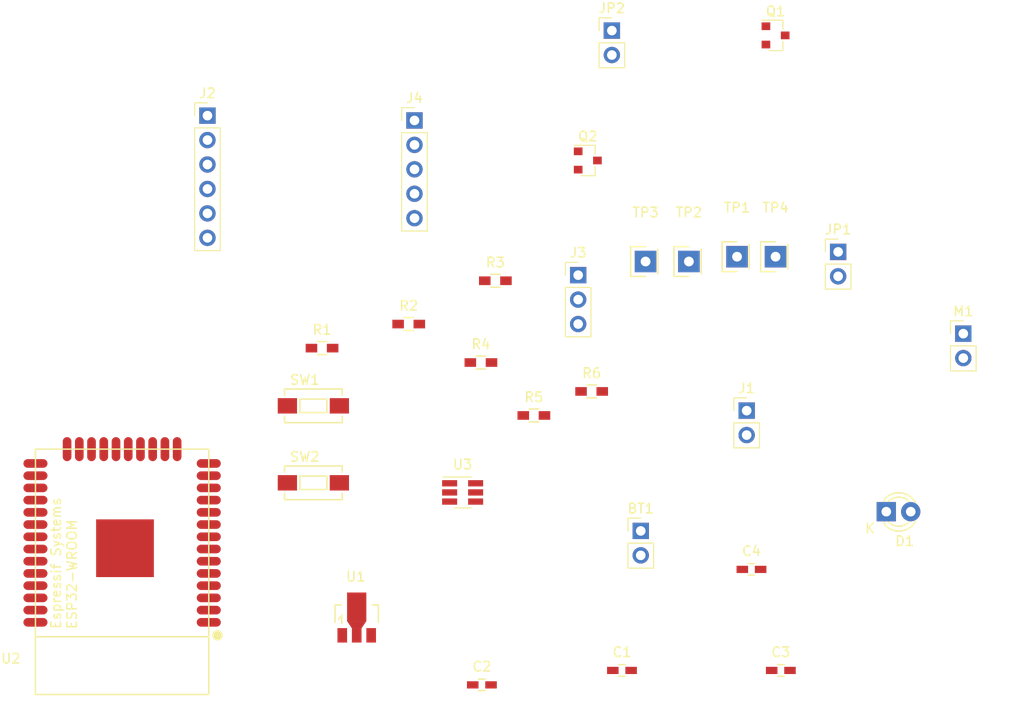
<source format=kicad_pcb>
(kicad_pcb (version 4) (host pcbnew 4.0.7)

  (general
    (links 55)
    (no_connects 33)
    (area 0 0 0 0)
    (thickness 1.6)
    (drawings 0)
    (tracks 0)
    (zones 0)
    (modules 30)
    (nets 16)
  )

  (page A4)
  (layers
    (0 F.Cu signal)
    (31 B.Cu signal)
    (32 B.Adhes user)
    (33 F.Adhes user)
    (34 B.Paste user)
    (35 F.Paste user)
    (36 B.SilkS user)
    (37 F.SilkS user)
    (38 B.Mask user)
    (39 F.Mask user)
    (40 Dwgs.User user)
    (41 Cmts.User user)
    (42 Eco1.User user)
    (43 Eco2.User user)
    (44 Edge.Cuts user)
    (45 Margin user)
    (46 B.CrtYd user)
    (47 F.CrtYd user)
    (48 B.Fab user)
    (49 F.Fab user)
  )

  (setup
    (last_trace_width 0.25)
    (trace_clearance 0.2)
    (zone_clearance 0.508)
    (zone_45_only no)
    (trace_min 0.2)
    (segment_width 0.2)
    (edge_width 0.15)
    (via_size 0.6)
    (via_drill 0.4)
    (via_min_size 0.4)
    (via_min_drill 0.3)
    (uvia_size 0.3)
    (uvia_drill 0.1)
    (uvias_allowed no)
    (uvia_min_size 0.2)
    (uvia_min_drill 0.1)
    (pcb_text_width 0.3)
    (pcb_text_size 1.5 1.5)
    (mod_edge_width 0.15)
    (mod_text_size 1 1)
    (mod_text_width 0.15)
    (pad_size 1.524 1.524)
    (pad_drill 0.762)
    (pad_to_mask_clearance 0.2)
    (aux_axis_origin 0 0)
    (visible_elements FFFFFF7F)
    (pcbplotparams
      (layerselection 0x00030_80000001)
      (usegerberextensions false)
      (excludeedgelayer true)
      (linewidth 0.100000)
      (plotframeref false)
      (viasonmask false)
      (mode 1)
      (useauxorigin false)
      (hpglpennumber 1)
      (hpglpenspeed 20)
      (hpglpendiameter 15)
      (hpglpenoverlay 2)
      (psnegative false)
      (psa4output false)
      (plotreference true)
      (plotvalue true)
      (plotinvisibletext false)
      (padsonsilk false)
      (subtractmaskfromsilk false)
      (outputformat 1)
      (mirror false)
      (drillshape 1)
      (scaleselection 1)
      (outputdirectory ""))
  )

  (net 0 "")
  (net 1 "Net-(BT1-Pad1)")
  (net 2 GND)
  (net 3 +3V3)
  (net 4 "Net-(C2-Pad1)")
  (net 5 /3V3_SENSORS)
  (net 6 "Net-(D1-Pad1)")
  (net 7 /UART_RX)
  (net 8 /UART_TX)
  (net 9 /EN)
  (net 10 /GPIO0)
  (net 11 /I2C_SCL)
  (net 12 /I2C_SDA)
  (net 13 "Net-(JP2-Pad1)")
  (net 14 "Net-(M1-Pad2)")
  (net 15 /SENSORS_ENn)

  (net_class Default "This is the default net class."
    (clearance 0.2)
    (trace_width 0.25)
    (via_dia 0.6)
    (via_drill 0.4)
    (uvia_dia 0.3)
    (uvia_drill 0.1)
    (add_net +3V3)
    (add_net /3V3_SENSORS)
    (add_net /EN)
    (add_net /GPIO0)
    (add_net /I2C_SCL)
    (add_net /I2C_SDA)
    (add_net /SENSORS_ENn)
    (add_net /UART_RX)
    (add_net /UART_TX)
    (add_net GND)
    (add_net "Net-(BT1-Pad1)")
    (add_net "Net-(C2-Pad1)")
    (add_net "Net-(D1-Pad1)")
    (add_net "Net-(JP2-Pad1)")
    (add_net "Net-(M1-Pad2)")
  )

  (module Socket_Strips:Socket_Strip_Straight_1x02_Pitch2.54mm (layer F.Cu) (tedit 58CD5446) (tstamp 5A045D0C)
    (at 168.5 110.5)
    (descr "Through hole straight socket strip, 1x02, 2.54mm pitch, single row")
    (tags "Through hole socket strip THT 1x02 2.54mm single row")
    (path /59FEEA16)
    (fp_text reference BT1 (at 0 -2.33) (layer F.SilkS)
      (effects (font (size 1 1) (thickness 0.15)))
    )
    (fp_text value Battery (at 0 4.87) (layer F.Fab)
      (effects (font (size 1 1) (thickness 0.15)))
    )
    (fp_line (start -1.27 -1.27) (end -1.27 3.81) (layer F.Fab) (width 0.1))
    (fp_line (start -1.27 3.81) (end 1.27 3.81) (layer F.Fab) (width 0.1))
    (fp_line (start 1.27 3.81) (end 1.27 -1.27) (layer F.Fab) (width 0.1))
    (fp_line (start 1.27 -1.27) (end -1.27 -1.27) (layer F.Fab) (width 0.1))
    (fp_line (start -1.33 1.27) (end -1.33 3.87) (layer F.SilkS) (width 0.12))
    (fp_line (start -1.33 3.87) (end 1.33 3.87) (layer F.SilkS) (width 0.12))
    (fp_line (start 1.33 3.87) (end 1.33 1.27) (layer F.SilkS) (width 0.12))
    (fp_line (start 1.33 1.27) (end -1.33 1.27) (layer F.SilkS) (width 0.12))
    (fp_line (start -1.33 0) (end -1.33 -1.33) (layer F.SilkS) (width 0.12))
    (fp_line (start -1.33 -1.33) (end 0 -1.33) (layer F.SilkS) (width 0.12))
    (fp_line (start -1.8 -1.8) (end -1.8 4.35) (layer F.CrtYd) (width 0.05))
    (fp_line (start -1.8 4.35) (end 1.8 4.35) (layer F.CrtYd) (width 0.05))
    (fp_line (start 1.8 4.35) (end 1.8 -1.8) (layer F.CrtYd) (width 0.05))
    (fp_line (start 1.8 -1.8) (end -1.8 -1.8) (layer F.CrtYd) (width 0.05))
    (fp_text user %R (at 0 -2.33) (layer F.Fab)
      (effects (font (size 1 1) (thickness 0.15)))
    )
    (pad 1 thru_hole rect (at 0 0) (size 1.7 1.7) (drill 1) (layers *.Cu *.Mask)
      (net 1 "Net-(BT1-Pad1)"))
    (pad 2 thru_hole oval (at 0 2.54) (size 1.7 1.7) (drill 1) (layers *.Cu *.Mask)
      (net 2 GND))
    (model ${KISYS3DMOD}/Socket_Strips.3dshapes/Socket_Strip_Straight_1x02_Pitch2.54mm.wrl
      (at (xyz 0 -0.05 0))
      (scale (xyz 1 1 1))
      (rotate (xyz 0 0 270))
    )
  )

  (module Capacitors_SMD:C_0603_HandSoldering (layer F.Cu) (tedit 541A9B4D) (tstamp 5A045D12)
    (at 166.55 125)
    (descr "Capacitor SMD 0603, hand soldering")
    (tags "capacitor 0603")
    (path /59FF435E)
    (attr smd)
    (fp_text reference C1 (at 0 -1.9) (layer F.SilkS)
      (effects (font (size 1 1) (thickness 0.15)))
    )
    (fp_text value 100nF (at 0 1.9) (layer F.Fab)
      (effects (font (size 1 1) (thickness 0.15)))
    )
    (fp_line (start -0.8 0.4) (end -0.8 -0.4) (layer F.Fab) (width 0.15))
    (fp_line (start 0.8 0.4) (end -0.8 0.4) (layer F.Fab) (width 0.15))
    (fp_line (start 0.8 -0.4) (end 0.8 0.4) (layer F.Fab) (width 0.15))
    (fp_line (start -0.8 -0.4) (end 0.8 -0.4) (layer F.Fab) (width 0.15))
    (fp_line (start -1.85 -0.75) (end 1.85 -0.75) (layer F.CrtYd) (width 0.05))
    (fp_line (start -1.85 0.75) (end 1.85 0.75) (layer F.CrtYd) (width 0.05))
    (fp_line (start -1.85 -0.75) (end -1.85 0.75) (layer F.CrtYd) (width 0.05))
    (fp_line (start 1.85 -0.75) (end 1.85 0.75) (layer F.CrtYd) (width 0.05))
    (fp_line (start -0.35 -0.6) (end 0.35 -0.6) (layer F.SilkS) (width 0.15))
    (fp_line (start 0.35 0.6) (end -0.35 0.6) (layer F.SilkS) (width 0.15))
    (pad 1 smd rect (at -0.95 0) (size 1.2 0.75) (layers F.Cu F.Paste F.Mask)
      (net 3 +3V3))
    (pad 2 smd rect (at 0.95 0) (size 1.2 0.75) (layers F.Cu F.Paste F.Mask)
      (net 2 GND))
    (model Capacitors_SMD.3dshapes/C_0603_HandSoldering.wrl
      (at (xyz 0 0 0))
      (scale (xyz 1 1 1))
      (rotate (xyz 0 0 0))
    )
  )

  (module Capacitors_SMD:C_0603_HandSoldering (layer F.Cu) (tedit 541A9B4D) (tstamp 5A045D18)
    (at 152 126.5)
    (descr "Capacitor SMD 0603, hand soldering")
    (tags "capacitor 0603")
    (path /59FEEB1A)
    (attr smd)
    (fp_text reference C2 (at 0 -1.9) (layer F.SilkS)
      (effects (font (size 1 1) (thickness 0.15)))
    )
    (fp_text value 1uF (at 0 1.9) (layer F.Fab)
      (effects (font (size 1 1) (thickness 0.15)))
    )
    (fp_line (start -0.8 0.4) (end -0.8 -0.4) (layer F.Fab) (width 0.15))
    (fp_line (start 0.8 0.4) (end -0.8 0.4) (layer F.Fab) (width 0.15))
    (fp_line (start 0.8 -0.4) (end 0.8 0.4) (layer F.Fab) (width 0.15))
    (fp_line (start -0.8 -0.4) (end 0.8 -0.4) (layer F.Fab) (width 0.15))
    (fp_line (start -1.85 -0.75) (end 1.85 -0.75) (layer F.CrtYd) (width 0.05))
    (fp_line (start -1.85 0.75) (end 1.85 0.75) (layer F.CrtYd) (width 0.05))
    (fp_line (start -1.85 -0.75) (end -1.85 0.75) (layer F.CrtYd) (width 0.05))
    (fp_line (start 1.85 -0.75) (end 1.85 0.75) (layer F.CrtYd) (width 0.05))
    (fp_line (start -0.35 -0.6) (end 0.35 -0.6) (layer F.SilkS) (width 0.15))
    (fp_line (start 0.35 0.6) (end -0.35 0.6) (layer F.SilkS) (width 0.15))
    (pad 1 smd rect (at -0.95 0) (size 1.2 0.75) (layers F.Cu F.Paste F.Mask)
      (net 4 "Net-(C2-Pad1)"))
    (pad 2 smd rect (at 0.95 0) (size 1.2 0.75) (layers F.Cu F.Paste F.Mask)
      (net 2 GND))
    (model Capacitors_SMD.3dshapes/C_0603_HandSoldering.wrl
      (at (xyz 0 0 0))
      (scale (xyz 1 1 1))
      (rotate (xyz 0 0 0))
    )
  )

  (module Capacitors_SMD:C_0603_HandSoldering (layer F.Cu) (tedit 541A9B4D) (tstamp 5A045D1E)
    (at 183.05 125)
    (descr "Capacitor SMD 0603, hand soldering")
    (tags "capacitor 0603")
    (path /59FF3CCC)
    (attr smd)
    (fp_text reference C3 (at 0 -1.9) (layer F.SilkS)
      (effects (font (size 1 1) (thickness 0.15)))
    )
    (fp_text value 1uF (at 0 1.9) (layer F.Fab)
      (effects (font (size 1 1) (thickness 0.15)))
    )
    (fp_line (start -0.8 0.4) (end -0.8 -0.4) (layer F.Fab) (width 0.15))
    (fp_line (start 0.8 0.4) (end -0.8 0.4) (layer F.Fab) (width 0.15))
    (fp_line (start 0.8 -0.4) (end 0.8 0.4) (layer F.Fab) (width 0.15))
    (fp_line (start -0.8 -0.4) (end 0.8 -0.4) (layer F.Fab) (width 0.15))
    (fp_line (start -1.85 -0.75) (end 1.85 -0.75) (layer F.CrtYd) (width 0.05))
    (fp_line (start -1.85 0.75) (end 1.85 0.75) (layer F.CrtYd) (width 0.05))
    (fp_line (start -1.85 -0.75) (end -1.85 0.75) (layer F.CrtYd) (width 0.05))
    (fp_line (start 1.85 -0.75) (end 1.85 0.75) (layer F.CrtYd) (width 0.05))
    (fp_line (start -0.35 -0.6) (end 0.35 -0.6) (layer F.SilkS) (width 0.15))
    (fp_line (start 0.35 0.6) (end -0.35 0.6) (layer F.SilkS) (width 0.15))
    (pad 1 smd rect (at -0.95 0) (size 1.2 0.75) (layers F.Cu F.Paste F.Mask)
      (net 3 +3V3))
    (pad 2 smd rect (at 0.95 0) (size 1.2 0.75) (layers F.Cu F.Paste F.Mask)
      (net 2 GND))
    (model Capacitors_SMD.3dshapes/C_0603_HandSoldering.wrl
      (at (xyz 0 0 0))
      (scale (xyz 1 1 1))
      (rotate (xyz 0 0 0))
    )
  )

  (module Capacitors_SMD:C_0603_HandSoldering (layer F.Cu) (tedit 541A9B4D) (tstamp 5A045D24)
    (at 180 114.5)
    (descr "Capacitor SMD 0603, hand soldering")
    (tags "capacitor 0603")
    (path /5A04A99A)
    (attr smd)
    (fp_text reference C4 (at 0 -1.9) (layer F.SilkS)
      (effects (font (size 1 1) (thickness 0.15)))
    )
    (fp_text value 100nF (at 0 1.9) (layer F.Fab)
      (effects (font (size 1 1) (thickness 0.15)))
    )
    (fp_line (start -0.8 0.4) (end -0.8 -0.4) (layer F.Fab) (width 0.15))
    (fp_line (start 0.8 0.4) (end -0.8 0.4) (layer F.Fab) (width 0.15))
    (fp_line (start 0.8 -0.4) (end 0.8 0.4) (layer F.Fab) (width 0.15))
    (fp_line (start -0.8 -0.4) (end 0.8 -0.4) (layer F.Fab) (width 0.15))
    (fp_line (start -1.85 -0.75) (end 1.85 -0.75) (layer F.CrtYd) (width 0.05))
    (fp_line (start -1.85 0.75) (end 1.85 0.75) (layer F.CrtYd) (width 0.05))
    (fp_line (start -1.85 -0.75) (end -1.85 0.75) (layer F.CrtYd) (width 0.05))
    (fp_line (start 1.85 -0.75) (end 1.85 0.75) (layer F.CrtYd) (width 0.05))
    (fp_line (start -0.35 -0.6) (end 0.35 -0.6) (layer F.SilkS) (width 0.15))
    (fp_line (start 0.35 0.6) (end -0.35 0.6) (layer F.SilkS) (width 0.15))
    (pad 1 smd rect (at -0.95 0) (size 1.2 0.75) (layers F.Cu F.Paste F.Mask)
      (net 5 /3V3_SENSORS))
    (pad 2 smd rect (at 0.95 0) (size 1.2 0.75) (layers F.Cu F.Paste F.Mask)
      (net 2 GND))
    (model Capacitors_SMD.3dshapes/C_0603_HandSoldering.wrl
      (at (xyz 0 0 0))
      (scale (xyz 1 1 1))
      (rotate (xyz 0 0 0))
    )
  )

  (module LEDs:LED-3MM (layer F.Cu) (tedit 559B82F6) (tstamp 5A045D2A)
    (at 194 108.5)
    (descr "LED 3mm round vertical")
    (tags "LED  3mm round vertical")
    (path /59FEEA64)
    (fp_text reference D1 (at 1.91 3.06) (layer F.SilkS)
      (effects (font (size 1 1) (thickness 0.15)))
    )
    (fp_text value LED (at 1.3 -2.9) (layer F.Fab)
      (effects (font (size 1 1) (thickness 0.15)))
    )
    (fp_line (start -1.2 2.3) (end 3.8 2.3) (layer F.CrtYd) (width 0.05))
    (fp_line (start 3.8 2.3) (end 3.8 -2.2) (layer F.CrtYd) (width 0.05))
    (fp_line (start 3.8 -2.2) (end -1.2 -2.2) (layer F.CrtYd) (width 0.05))
    (fp_line (start -1.2 -2.2) (end -1.2 2.3) (layer F.CrtYd) (width 0.05))
    (fp_line (start -0.199 1.314) (end -0.199 1.114) (layer F.SilkS) (width 0.15))
    (fp_line (start -0.199 -1.28) (end -0.199 -1.1) (layer F.SilkS) (width 0.15))
    (fp_arc (start 1.301 0.034) (end -0.199 -1.286) (angle 108.5) (layer F.SilkS) (width 0.15))
    (fp_arc (start 1.301 0.034) (end 0.25 -1.1) (angle 85.7) (layer F.SilkS) (width 0.15))
    (fp_arc (start 1.311 0.034) (end 3.051 0.994) (angle 110) (layer F.SilkS) (width 0.15))
    (fp_arc (start 1.301 0.034) (end 2.335 1.094) (angle 87.5) (layer F.SilkS) (width 0.15))
    (fp_text user K (at -1.69 1.74) (layer F.SilkS)
      (effects (font (size 1 1) (thickness 0.15)))
    )
    (pad 1 thru_hole rect (at 0 0 90) (size 2 2) (drill 1.00076) (layers *.Cu *.Mask)
      (net 6 "Net-(D1-Pad1)"))
    (pad 2 thru_hole circle (at 2.54 0) (size 2 2) (drill 1.00076) (layers *.Cu *.Mask))
    (model LEDs.3dshapes/LED-3MM.wrl
      (at (xyz 0.05 0 0))
      (scale (xyz 1 1 1))
      (rotate (xyz 0 0 90))
    )
  )

  (module Socket_Strips:Socket_Strip_Straight_1x02_Pitch2.54mm (layer F.Cu) (tedit 58CD5446) (tstamp 5A045D30)
    (at 179.5 98)
    (descr "Through hole straight socket strip, 1x02, 2.54mm pitch, single row")
    (tags "Through hole socket strip THT 1x02 2.54mm single row")
    (path /5A0486B1)
    (fp_text reference J1 (at 0 -2.33) (layer F.SilkS)
      (effects (font (size 1 1) (thickness 0.15)))
    )
    (fp_text value V_BAT_1S (at 0 4.87) (layer F.Fab)
      (effects (font (size 1 1) (thickness 0.15)))
    )
    (fp_line (start -1.27 -1.27) (end -1.27 3.81) (layer F.Fab) (width 0.1))
    (fp_line (start -1.27 3.81) (end 1.27 3.81) (layer F.Fab) (width 0.1))
    (fp_line (start 1.27 3.81) (end 1.27 -1.27) (layer F.Fab) (width 0.1))
    (fp_line (start 1.27 -1.27) (end -1.27 -1.27) (layer F.Fab) (width 0.1))
    (fp_line (start -1.33 1.27) (end -1.33 3.87) (layer F.SilkS) (width 0.12))
    (fp_line (start -1.33 3.87) (end 1.33 3.87) (layer F.SilkS) (width 0.12))
    (fp_line (start 1.33 3.87) (end 1.33 1.27) (layer F.SilkS) (width 0.12))
    (fp_line (start 1.33 1.27) (end -1.33 1.27) (layer F.SilkS) (width 0.12))
    (fp_line (start -1.33 0) (end -1.33 -1.33) (layer F.SilkS) (width 0.12))
    (fp_line (start -1.33 -1.33) (end 0 -1.33) (layer F.SilkS) (width 0.12))
    (fp_line (start -1.8 -1.8) (end -1.8 4.35) (layer F.CrtYd) (width 0.05))
    (fp_line (start -1.8 4.35) (end 1.8 4.35) (layer F.CrtYd) (width 0.05))
    (fp_line (start 1.8 4.35) (end 1.8 -1.8) (layer F.CrtYd) (width 0.05))
    (fp_line (start 1.8 -1.8) (end -1.8 -1.8) (layer F.CrtYd) (width 0.05))
    (fp_text user %R (at 0 -2.33) (layer F.Fab)
      (effects (font (size 1 1) (thickness 0.15)))
    )
    (pad 1 thru_hole rect (at 0 0) (size 1.7 1.7) (drill 1) (layers *.Cu *.Mask))
    (pad 2 thru_hole oval (at 0 2.54) (size 1.7 1.7) (drill 1) (layers *.Cu *.Mask)
      (net 2 GND))
    (model ${KISYS3DMOD}/Socket_Strips.3dshapes/Socket_Strip_Straight_1x02_Pitch2.54mm.wrl
      (at (xyz 0 -0.05 0))
      (scale (xyz 1 1 1))
      (rotate (xyz 0 0 270))
    )
  )

  (module Socket_Strips:Socket_Strip_Straight_1x06_Pitch2.54mm (layer F.Cu) (tedit 58CD5446) (tstamp 5A045D3A)
    (at 123.5 67.34)
    (descr "Through hole straight socket strip, 1x06, 2.54mm pitch, single row")
    (tags "Through hole socket strip THT 1x06 2.54mm single row")
    (path /5A0498AC)
    (fp_text reference J2 (at 0 -2.33) (layer F.SilkS)
      (effects (font (size 1 1) (thickness 0.15)))
    )
    (fp_text value PROG/DEBUG (at 0 15.03) (layer F.Fab)
      (effects (font (size 1 1) (thickness 0.15)))
    )
    (fp_line (start -1.27 -1.27) (end -1.27 13.97) (layer F.Fab) (width 0.1))
    (fp_line (start -1.27 13.97) (end 1.27 13.97) (layer F.Fab) (width 0.1))
    (fp_line (start 1.27 13.97) (end 1.27 -1.27) (layer F.Fab) (width 0.1))
    (fp_line (start 1.27 -1.27) (end -1.27 -1.27) (layer F.Fab) (width 0.1))
    (fp_line (start -1.33 1.27) (end -1.33 14.03) (layer F.SilkS) (width 0.12))
    (fp_line (start -1.33 14.03) (end 1.33 14.03) (layer F.SilkS) (width 0.12))
    (fp_line (start 1.33 14.03) (end 1.33 1.27) (layer F.SilkS) (width 0.12))
    (fp_line (start 1.33 1.27) (end -1.33 1.27) (layer F.SilkS) (width 0.12))
    (fp_line (start -1.33 0) (end -1.33 -1.33) (layer F.SilkS) (width 0.12))
    (fp_line (start -1.33 -1.33) (end 0 -1.33) (layer F.SilkS) (width 0.12))
    (fp_line (start -1.8 -1.8) (end -1.8 14.5) (layer F.CrtYd) (width 0.05))
    (fp_line (start -1.8 14.5) (end 1.8 14.5) (layer F.CrtYd) (width 0.05))
    (fp_line (start 1.8 14.5) (end 1.8 -1.8) (layer F.CrtYd) (width 0.05))
    (fp_line (start 1.8 -1.8) (end -1.8 -1.8) (layer F.CrtYd) (width 0.05))
    (fp_text user %R (at 0 -2.33) (layer F.Fab)
      (effects (font (size 1 1) (thickness 0.15)))
    )
    (pad 1 thru_hole rect (at 0 0) (size 1.7 1.7) (drill 1) (layers *.Cu *.Mask)
      (net 3 +3V3))
    (pad 2 thru_hole oval (at 0 2.54) (size 1.7 1.7) (drill 1) (layers *.Cu *.Mask)
      (net 7 /UART_RX))
    (pad 3 thru_hole oval (at 0 5.08) (size 1.7 1.7) (drill 1) (layers *.Cu *.Mask)
      (net 8 /UART_TX))
    (pad 4 thru_hole oval (at 0 7.62) (size 1.7 1.7) (drill 1) (layers *.Cu *.Mask)
      (net 9 /EN))
    (pad 5 thru_hole oval (at 0 10.16) (size 1.7 1.7) (drill 1) (layers *.Cu *.Mask)
      (net 10 /GPIO0))
    (pad 6 thru_hole oval (at 0 12.7) (size 1.7 1.7) (drill 1) (layers *.Cu *.Mask)
      (net 2 GND))
    (model ${KISYS3DMOD}/Socket_Strips.3dshapes/Socket_Strip_Straight_1x06_Pitch2.54mm.wrl
      (at (xyz 0 -0.25 0))
      (scale (xyz 1 1 1))
      (rotate (xyz 0 0 270))
    )
  )

  (module Socket_Strips:Socket_Strip_Straight_1x03_Pitch2.54mm (layer F.Cu) (tedit 58CD5446) (tstamp 5A045D41)
    (at 162 83.92)
    (descr "Through hole straight socket strip, 1x03, 2.54mm pitch, single row")
    (tags "Through hole socket strip THT 1x03 2.54mm single row")
    (path /5A044983)
    (fp_text reference J3 (at 0 -2.33) (layer F.SilkS)
      (effects (font (size 1 1) (thickness 0.15)))
    )
    (fp_text value ANALOG_CONN (at 0 7.41) (layer F.Fab)
      (effects (font (size 1 1) (thickness 0.15)))
    )
    (fp_line (start -1.27 -1.27) (end -1.27 6.35) (layer F.Fab) (width 0.1))
    (fp_line (start -1.27 6.35) (end 1.27 6.35) (layer F.Fab) (width 0.1))
    (fp_line (start 1.27 6.35) (end 1.27 -1.27) (layer F.Fab) (width 0.1))
    (fp_line (start 1.27 -1.27) (end -1.27 -1.27) (layer F.Fab) (width 0.1))
    (fp_line (start -1.33 1.27) (end -1.33 6.41) (layer F.SilkS) (width 0.12))
    (fp_line (start -1.33 6.41) (end 1.33 6.41) (layer F.SilkS) (width 0.12))
    (fp_line (start 1.33 6.41) (end 1.33 1.27) (layer F.SilkS) (width 0.12))
    (fp_line (start 1.33 1.27) (end -1.33 1.27) (layer F.SilkS) (width 0.12))
    (fp_line (start -1.33 0) (end -1.33 -1.33) (layer F.SilkS) (width 0.12))
    (fp_line (start -1.33 -1.33) (end 0 -1.33) (layer F.SilkS) (width 0.12))
    (fp_line (start -1.8 -1.8) (end -1.8 6.85) (layer F.CrtYd) (width 0.05))
    (fp_line (start -1.8 6.85) (end 1.8 6.85) (layer F.CrtYd) (width 0.05))
    (fp_line (start 1.8 6.85) (end 1.8 -1.8) (layer F.CrtYd) (width 0.05))
    (fp_line (start 1.8 -1.8) (end -1.8 -1.8) (layer F.CrtYd) (width 0.05))
    (fp_text user %R (at 0 -2.33) (layer F.Fab)
      (effects (font (size 1 1) (thickness 0.15)))
    )
    (pad 1 thru_hole rect (at 0 0) (size 1.7 1.7) (drill 1) (layers *.Cu *.Mask)
      (net 5 /3V3_SENSORS))
    (pad 2 thru_hole oval (at 0 2.54) (size 1.7 1.7) (drill 1) (layers *.Cu *.Mask))
    (pad 3 thru_hole oval (at 0 5.08) (size 1.7 1.7) (drill 1) (layers *.Cu *.Mask)
      (net 2 GND))
    (model ${KISYS3DMOD}/Socket_Strips.3dshapes/Socket_Strip_Straight_1x03_Pitch2.54mm.wrl
      (at (xyz 0 -0.1 0))
      (scale (xyz 1 1 1))
      (rotate (xyz 0 0 270))
    )
  )

  (module Socket_Strips:Socket_Strip_Straight_1x05_Pitch2.54mm (layer F.Cu) (tedit 58CD5446) (tstamp 5A045D4A)
    (at 145 67.84)
    (descr "Through hole straight socket strip, 1x05, 2.54mm pitch, single row")
    (tags "Through hole socket strip THT 1x05 2.54mm single row")
    (path /59FFCFC3)
    (fp_text reference J4 (at 0 -2.33) (layer F.SilkS)
      (effects (font (size 1 1) (thickness 0.15)))
    )
    (fp_text value TOF_DIST_SENS (at 0 12.49) (layer F.Fab)
      (effects (font (size 1 1) (thickness 0.15)))
    )
    (fp_line (start -1.27 -1.27) (end -1.27 11.43) (layer F.Fab) (width 0.1))
    (fp_line (start -1.27 11.43) (end 1.27 11.43) (layer F.Fab) (width 0.1))
    (fp_line (start 1.27 11.43) (end 1.27 -1.27) (layer F.Fab) (width 0.1))
    (fp_line (start 1.27 -1.27) (end -1.27 -1.27) (layer F.Fab) (width 0.1))
    (fp_line (start -1.33 1.27) (end -1.33 11.49) (layer F.SilkS) (width 0.12))
    (fp_line (start -1.33 11.49) (end 1.33 11.49) (layer F.SilkS) (width 0.12))
    (fp_line (start 1.33 11.49) (end 1.33 1.27) (layer F.SilkS) (width 0.12))
    (fp_line (start 1.33 1.27) (end -1.33 1.27) (layer F.SilkS) (width 0.12))
    (fp_line (start -1.33 0) (end -1.33 -1.33) (layer F.SilkS) (width 0.12))
    (fp_line (start -1.33 -1.33) (end 0 -1.33) (layer F.SilkS) (width 0.12))
    (fp_line (start -1.8 -1.8) (end -1.8 11.95) (layer F.CrtYd) (width 0.05))
    (fp_line (start -1.8 11.95) (end 1.8 11.95) (layer F.CrtYd) (width 0.05))
    (fp_line (start 1.8 11.95) (end 1.8 -1.8) (layer F.CrtYd) (width 0.05))
    (fp_line (start 1.8 -1.8) (end -1.8 -1.8) (layer F.CrtYd) (width 0.05))
    (fp_text user %R (at 0 -2.33) (layer F.Fab)
      (effects (font (size 1 1) (thickness 0.15)))
    )
    (pad 1 thru_hole rect (at 0 0) (size 1.7 1.7) (drill 1) (layers *.Cu *.Mask)
      (net 5 /3V3_SENSORS))
    (pad 2 thru_hole oval (at 0 2.54) (size 1.7 1.7) (drill 1) (layers *.Cu *.Mask)
      (net 11 /I2C_SCL))
    (pad 3 thru_hole oval (at 0 5.08) (size 1.7 1.7) (drill 1) (layers *.Cu *.Mask)
      (net 12 /I2C_SDA))
    (pad 4 thru_hole oval (at 0 7.62) (size 1.7 1.7) (drill 1) (layers *.Cu *.Mask))
    (pad 5 thru_hole oval (at 0 10.16) (size 1.7 1.7) (drill 1) (layers *.Cu *.Mask)
      (net 2 GND))
    (model ${KISYS3DMOD}/Socket_Strips.3dshapes/Socket_Strip_Straight_1x05_Pitch2.54mm.wrl
      (at (xyz 0 -0.2 0))
      (scale (xyz 1 1 1))
      (rotate (xyz 0 0 270))
    )
  )

  (module Socket_Strips:Socket_Strip_Straight_1x02_Pitch2.54mm (layer F.Cu) (tedit 58CD5446) (tstamp 5A045D50)
    (at 189 81.5)
    (descr "Through hole straight socket strip, 1x02, 2.54mm pitch, single row")
    (tags "Through hole socket strip THT 1x02 2.54mm single row")
    (path /59FF5D46)
    (fp_text reference JP1 (at 0 -2.33) (layer F.SilkS)
      (effects (font (size 1 1) (thickness 0.15)))
    )
    (fp_text value I_SENSE (at 0 4.87) (layer F.Fab)
      (effects (font (size 1 1) (thickness 0.15)))
    )
    (fp_line (start -1.27 -1.27) (end -1.27 3.81) (layer F.Fab) (width 0.1))
    (fp_line (start -1.27 3.81) (end 1.27 3.81) (layer F.Fab) (width 0.1))
    (fp_line (start 1.27 3.81) (end 1.27 -1.27) (layer F.Fab) (width 0.1))
    (fp_line (start 1.27 -1.27) (end -1.27 -1.27) (layer F.Fab) (width 0.1))
    (fp_line (start -1.33 1.27) (end -1.33 3.87) (layer F.SilkS) (width 0.12))
    (fp_line (start -1.33 3.87) (end 1.33 3.87) (layer F.SilkS) (width 0.12))
    (fp_line (start 1.33 3.87) (end 1.33 1.27) (layer F.SilkS) (width 0.12))
    (fp_line (start 1.33 1.27) (end -1.33 1.27) (layer F.SilkS) (width 0.12))
    (fp_line (start -1.33 0) (end -1.33 -1.33) (layer F.SilkS) (width 0.12))
    (fp_line (start -1.33 -1.33) (end 0 -1.33) (layer F.SilkS) (width 0.12))
    (fp_line (start -1.8 -1.8) (end -1.8 4.35) (layer F.CrtYd) (width 0.05))
    (fp_line (start -1.8 4.35) (end 1.8 4.35) (layer F.CrtYd) (width 0.05))
    (fp_line (start 1.8 4.35) (end 1.8 -1.8) (layer F.CrtYd) (width 0.05))
    (fp_line (start 1.8 -1.8) (end -1.8 -1.8) (layer F.CrtYd) (width 0.05))
    (fp_text user %R (at 0 -2.33) (layer F.Fab)
      (effects (font (size 1 1) (thickness 0.15)))
    )
    (pad 1 thru_hole rect (at 0 0) (size 1.7 1.7) (drill 1) (layers *.Cu *.Mask)
      (net 1 "Net-(BT1-Pad1)"))
    (pad 2 thru_hole oval (at 0 2.54) (size 1.7 1.7) (drill 1) (layers *.Cu *.Mask)
      (net 4 "Net-(C2-Pad1)"))
    (model ${KISYS3DMOD}/Socket_Strips.3dshapes/Socket_Strip_Straight_1x02_Pitch2.54mm.wrl
      (at (xyz 0 -0.05 0))
      (scale (xyz 1 1 1))
      (rotate (xyz 0 0 270))
    )
  )

  (module Socket_Strips:Socket_Strip_Straight_1x02_Pitch2.54mm (layer F.Cu) (tedit 58CD5446) (tstamp 5A045D56)
    (at 165.5 58.5)
    (descr "Through hole straight socket strip, 1x02, 2.54mm pitch, single row")
    (tags "Through hole socket strip THT 1x02 2.54mm single row")
    (path /59FFBC93)
    (fp_text reference JP2 (at 0 -2.33) (layer F.SilkS)
      (effects (font (size 1 1) (thickness 0.15)))
    )
    (fp_text value I_SENSE (at 0 4.87) (layer F.Fab)
      (effects (font (size 1 1) (thickness 0.15)))
    )
    (fp_line (start -1.27 -1.27) (end -1.27 3.81) (layer F.Fab) (width 0.1))
    (fp_line (start -1.27 3.81) (end 1.27 3.81) (layer F.Fab) (width 0.1))
    (fp_line (start 1.27 3.81) (end 1.27 -1.27) (layer F.Fab) (width 0.1))
    (fp_line (start 1.27 -1.27) (end -1.27 -1.27) (layer F.Fab) (width 0.1))
    (fp_line (start -1.33 1.27) (end -1.33 3.87) (layer F.SilkS) (width 0.12))
    (fp_line (start -1.33 3.87) (end 1.33 3.87) (layer F.SilkS) (width 0.12))
    (fp_line (start 1.33 3.87) (end 1.33 1.27) (layer F.SilkS) (width 0.12))
    (fp_line (start 1.33 1.27) (end -1.33 1.27) (layer F.SilkS) (width 0.12))
    (fp_line (start -1.33 0) (end -1.33 -1.33) (layer F.SilkS) (width 0.12))
    (fp_line (start -1.33 -1.33) (end 0 -1.33) (layer F.SilkS) (width 0.12))
    (fp_line (start -1.8 -1.8) (end -1.8 4.35) (layer F.CrtYd) (width 0.05))
    (fp_line (start -1.8 4.35) (end 1.8 4.35) (layer F.CrtYd) (width 0.05))
    (fp_line (start 1.8 4.35) (end 1.8 -1.8) (layer F.CrtYd) (width 0.05))
    (fp_line (start 1.8 -1.8) (end -1.8 -1.8) (layer F.CrtYd) (width 0.05))
    (fp_text user %R (at 0 -2.33) (layer F.Fab)
      (effects (font (size 1 1) (thickness 0.15)))
    )
    (pad 1 thru_hole rect (at 0 0) (size 1.7 1.7) (drill 1) (layers *.Cu *.Mask)
      (net 13 "Net-(JP2-Pad1)"))
    (pad 2 thru_hole oval (at 0 2.54) (size 1.7 1.7) (drill 1) (layers *.Cu *.Mask)
      (net 5 /3V3_SENSORS))
    (model ${KISYS3DMOD}/Socket_Strips.3dshapes/Socket_Strip_Straight_1x02_Pitch2.54mm.wrl
      (at (xyz 0 -0.05 0))
      (scale (xyz 1 1 1))
      (rotate (xyz 0 0 270))
    )
  )

  (module Socket_Strips:Socket_Strip_Straight_1x02_Pitch2.54mm (layer F.Cu) (tedit 58CD5446) (tstamp 5A045D5C)
    (at 202 90)
    (descr "Through hole straight socket strip, 1x02, 2.54mm pitch, single row")
    (tags "Through hole socket strip THT 1x02 2.54mm single row")
    (path /59FFE87B)
    (fp_text reference M1 (at 0 -2.33) (layer F.SilkS)
      (effects (font (size 1 1) (thickness 0.15)))
    )
    (fp_text value DC_WATER_PUMP (at 0 4.87) (layer F.Fab)
      (effects (font (size 1 1) (thickness 0.15)))
    )
    (fp_line (start -1.27 -1.27) (end -1.27 3.81) (layer F.Fab) (width 0.1))
    (fp_line (start -1.27 3.81) (end 1.27 3.81) (layer F.Fab) (width 0.1))
    (fp_line (start 1.27 3.81) (end 1.27 -1.27) (layer F.Fab) (width 0.1))
    (fp_line (start 1.27 -1.27) (end -1.27 -1.27) (layer F.Fab) (width 0.1))
    (fp_line (start -1.33 1.27) (end -1.33 3.87) (layer F.SilkS) (width 0.12))
    (fp_line (start -1.33 3.87) (end 1.33 3.87) (layer F.SilkS) (width 0.12))
    (fp_line (start 1.33 3.87) (end 1.33 1.27) (layer F.SilkS) (width 0.12))
    (fp_line (start 1.33 1.27) (end -1.33 1.27) (layer F.SilkS) (width 0.12))
    (fp_line (start -1.33 0) (end -1.33 -1.33) (layer F.SilkS) (width 0.12))
    (fp_line (start -1.33 -1.33) (end 0 -1.33) (layer F.SilkS) (width 0.12))
    (fp_line (start -1.8 -1.8) (end -1.8 4.35) (layer F.CrtYd) (width 0.05))
    (fp_line (start -1.8 4.35) (end 1.8 4.35) (layer F.CrtYd) (width 0.05))
    (fp_line (start 1.8 4.35) (end 1.8 -1.8) (layer F.CrtYd) (width 0.05))
    (fp_line (start 1.8 -1.8) (end -1.8 -1.8) (layer F.CrtYd) (width 0.05))
    (fp_text user %R (at 0 -2.33) (layer F.Fab)
      (effects (font (size 1 1) (thickness 0.15)))
    )
    (pad 1 thru_hole rect (at 0 0) (size 1.7 1.7) (drill 1) (layers *.Cu *.Mask))
    (pad 2 thru_hole oval (at 0 2.54) (size 1.7 1.7) (drill 1) (layers *.Cu *.Mask)
      (net 14 "Net-(M1-Pad2)"))
    (model ${KISYS3DMOD}/Socket_Strips.3dshapes/Socket_Strip_Straight_1x02_Pitch2.54mm.wrl
      (at (xyz 0 -0.05 0))
      (scale (xyz 1 1 1))
      (rotate (xyz 0 0 270))
    )
  )

  (module TO_SOT_Packages_SMD:SOT-23 (layer F.Cu) (tedit 583F39EB) (tstamp 5A045D63)
    (at 182.5 59)
    (descr "SOT-23, Standard")
    (tags SOT-23)
    (path /5A0000D8)
    (attr smd)
    (fp_text reference Q1 (at 0 -2.5) (layer F.SilkS)
      (effects (font (size 1 1) (thickness 0.15)))
    )
    (fp_text value Q_NMOS_DGS (at 0 2.5) (layer F.Fab)
      (effects (font (size 1 1) (thickness 0.15)))
    )
    (fp_line (start 0.76 1.58) (end 0.76 0.65) (layer F.SilkS) (width 0.12))
    (fp_line (start 0.76 -1.58) (end 0.76 -0.65) (layer F.SilkS) (width 0.12))
    (fp_line (start 0.7 -1.52) (end 0.7 1.52) (layer F.Fab) (width 0.15))
    (fp_line (start -0.7 1.52) (end 0.7 1.52) (layer F.Fab) (width 0.15))
    (fp_line (start -1.7 -1.75) (end 1.7 -1.75) (layer F.CrtYd) (width 0.05))
    (fp_line (start 1.7 -1.75) (end 1.7 1.75) (layer F.CrtYd) (width 0.05))
    (fp_line (start 1.7 1.75) (end -1.7 1.75) (layer F.CrtYd) (width 0.05))
    (fp_line (start -1.7 1.75) (end -1.7 -1.75) (layer F.CrtYd) (width 0.05))
    (fp_line (start 0.76 -1.58) (end -1.4 -1.58) (layer F.SilkS) (width 0.12))
    (fp_line (start -0.7 -1.52) (end 0.7 -1.52) (layer F.Fab) (width 0.15))
    (fp_line (start -0.7 -1.52) (end -0.7 1.52) (layer F.Fab) (width 0.15))
    (fp_line (start 0.76 1.58) (end -0.7 1.58) (layer F.SilkS) (width 0.12))
    (pad 1 smd rect (at -1 -0.95) (size 0.9 0.8) (layers F.Cu F.Paste F.Mask)
      (net 14 "Net-(M1-Pad2)"))
    (pad 2 smd rect (at -1 0.95) (size 0.9 0.8) (layers F.Cu F.Paste F.Mask))
    (pad 3 smd rect (at 1 0) (size 0.9 0.8) (layers F.Cu F.Paste F.Mask)
      (net 2 GND))
    (model TO_SOT_Packages_SMD.3dshapes/SOT-23.wrl
      (at (xyz 0 0 0))
      (scale (xyz 1 1 1))
      (rotate (xyz 0 0 90))
    )
  )

  (module TO_SOT_Packages_SMD:SOT-23 (layer F.Cu) (tedit 583F39EB) (tstamp 5A045D6A)
    (at 163 72)
    (descr "SOT-23, Standard")
    (tags SOT-23)
    (path /59FF9CBF)
    (attr smd)
    (fp_text reference Q2 (at 0 -2.5) (layer F.SilkS)
      (effects (font (size 1 1) (thickness 0.15)))
    )
    (fp_text value PMV250EPEAR (at 0 2.5) (layer F.Fab)
      (effects (font (size 1 1) (thickness 0.15)))
    )
    (fp_line (start 0.76 1.58) (end 0.76 0.65) (layer F.SilkS) (width 0.12))
    (fp_line (start 0.76 -1.58) (end 0.76 -0.65) (layer F.SilkS) (width 0.12))
    (fp_line (start 0.7 -1.52) (end 0.7 1.52) (layer F.Fab) (width 0.15))
    (fp_line (start -0.7 1.52) (end 0.7 1.52) (layer F.Fab) (width 0.15))
    (fp_line (start -1.7 -1.75) (end 1.7 -1.75) (layer F.CrtYd) (width 0.05))
    (fp_line (start 1.7 -1.75) (end 1.7 1.75) (layer F.CrtYd) (width 0.05))
    (fp_line (start 1.7 1.75) (end -1.7 1.75) (layer F.CrtYd) (width 0.05))
    (fp_line (start -1.7 1.75) (end -1.7 -1.75) (layer F.CrtYd) (width 0.05))
    (fp_line (start 0.76 -1.58) (end -1.4 -1.58) (layer F.SilkS) (width 0.12))
    (fp_line (start -0.7 -1.52) (end 0.7 -1.52) (layer F.Fab) (width 0.15))
    (fp_line (start -0.7 -1.52) (end -0.7 1.52) (layer F.Fab) (width 0.15))
    (fp_line (start 0.76 1.58) (end -0.7 1.58) (layer F.SilkS) (width 0.12))
    (pad 1 smd rect (at -1 -0.95) (size 0.9 0.8) (layers F.Cu F.Paste F.Mask)
      (net 15 /SENSORS_ENn))
    (pad 2 smd rect (at -1 0.95) (size 0.9 0.8) (layers F.Cu F.Paste F.Mask)
      (net 3 +3V3))
    (pad 3 smd rect (at 1 0) (size 0.9 0.8) (layers F.Cu F.Paste F.Mask)
      (net 13 "Net-(JP2-Pad1)"))
    (model TO_SOT_Packages_SMD.3dshapes/SOT-23.wrl
      (at (xyz 0 0 0))
      (scale (xyz 1 1 1))
      (rotate (xyz 0 0 90))
    )
  )

  (module Resistors_SMD:R_0603_HandSoldering (layer F.Cu) (tedit 58307AEF) (tstamp 5A045D70)
    (at 135.4 91.5)
    (descr "Resistor SMD 0603, hand soldering")
    (tags "resistor 0603")
    (path /59FF3AAD)
    (attr smd)
    (fp_text reference R1 (at 0 -1.9) (layer F.SilkS)
      (effects (font (size 1 1) (thickness 0.15)))
    )
    (fp_text value 1k (at 0 1.9) (layer F.Fab)
      (effects (font (size 1 1) (thickness 0.15)))
    )
    (fp_line (start -0.8 0.4) (end -0.8 -0.4) (layer F.Fab) (width 0.1))
    (fp_line (start 0.8 0.4) (end -0.8 0.4) (layer F.Fab) (width 0.1))
    (fp_line (start 0.8 -0.4) (end 0.8 0.4) (layer F.Fab) (width 0.1))
    (fp_line (start -0.8 -0.4) (end 0.8 -0.4) (layer F.Fab) (width 0.1))
    (fp_line (start -2 -0.8) (end 2 -0.8) (layer F.CrtYd) (width 0.05))
    (fp_line (start -2 0.8) (end 2 0.8) (layer F.CrtYd) (width 0.05))
    (fp_line (start -2 -0.8) (end -2 0.8) (layer F.CrtYd) (width 0.05))
    (fp_line (start 2 -0.8) (end 2 0.8) (layer F.CrtYd) (width 0.05))
    (fp_line (start 0.5 0.675) (end -0.5 0.675) (layer F.SilkS) (width 0.15))
    (fp_line (start -0.5 -0.675) (end 0.5 -0.675) (layer F.SilkS) (width 0.15))
    (pad 1 smd rect (at -1.1 0) (size 1.2 0.9) (layers F.Cu F.Paste F.Mask)
      (net 6 "Net-(D1-Pad1)"))
    (pad 2 smd rect (at 1.1 0) (size 1.2 0.9) (layers F.Cu F.Paste F.Mask)
      (net 2 GND))
    (model Resistors_SMD.3dshapes/R_0603_HandSoldering.wrl
      (at (xyz 0 0 0))
      (scale (xyz 1 1 1))
      (rotate (xyz 0 0 0))
    )
  )

  (module Resistors_SMD:R_0603_HandSoldering (layer F.Cu) (tedit 58307AEF) (tstamp 5A045D76)
    (at 144.4 89)
    (descr "Resistor SMD 0603, hand soldering")
    (tags "resistor 0603")
    (path /59FF9E0A)
    (attr smd)
    (fp_text reference R2 (at 0 -1.9) (layer F.SilkS)
      (effects (font (size 1 1) (thickness 0.15)))
    )
    (fp_text value 18k7 (at 0 1.9) (layer F.Fab)
      (effects (font (size 1 1) (thickness 0.15)))
    )
    (fp_line (start -0.8 0.4) (end -0.8 -0.4) (layer F.Fab) (width 0.1))
    (fp_line (start 0.8 0.4) (end -0.8 0.4) (layer F.Fab) (width 0.1))
    (fp_line (start 0.8 -0.4) (end 0.8 0.4) (layer F.Fab) (width 0.1))
    (fp_line (start -0.8 -0.4) (end 0.8 -0.4) (layer F.Fab) (width 0.1))
    (fp_line (start -2 -0.8) (end 2 -0.8) (layer F.CrtYd) (width 0.05))
    (fp_line (start -2 0.8) (end 2 0.8) (layer F.CrtYd) (width 0.05))
    (fp_line (start -2 -0.8) (end -2 0.8) (layer F.CrtYd) (width 0.05))
    (fp_line (start 2 -0.8) (end 2 0.8) (layer F.CrtYd) (width 0.05))
    (fp_line (start 0.5 0.675) (end -0.5 0.675) (layer F.SilkS) (width 0.15))
    (fp_line (start -0.5 -0.675) (end 0.5 -0.675) (layer F.SilkS) (width 0.15))
    (pad 1 smd rect (at -1.1 0) (size 1.2 0.9) (layers F.Cu F.Paste F.Mask)
      (net 3 +3V3))
    (pad 2 smd rect (at 1.1 0) (size 1.2 0.9) (layers F.Cu F.Paste F.Mask)
      (net 15 /SENSORS_ENn))
    (model Resistors_SMD.3dshapes/R_0603_HandSoldering.wrl
      (at (xyz 0 0 0))
      (scale (xyz 1 1 1))
      (rotate (xyz 0 0 0))
    )
  )

  (module Resistors_SMD:R_0603_HandSoldering (layer F.Cu) (tedit 58307AEF) (tstamp 5A045D7C)
    (at 153.4 84.5)
    (descr "Resistor SMD 0603, hand soldering")
    (tags "resistor 0603")
    (path /59FFF271)
    (attr smd)
    (fp_text reference R3 (at 0 -1.9) (layer F.SilkS)
      (effects (font (size 1 1) (thickness 0.15)))
    )
    (fp_text value 10k (at 0 1.9) (layer F.Fab)
      (effects (font (size 1 1) (thickness 0.15)))
    )
    (fp_line (start -0.8 0.4) (end -0.8 -0.4) (layer F.Fab) (width 0.1))
    (fp_line (start 0.8 0.4) (end -0.8 0.4) (layer F.Fab) (width 0.1))
    (fp_line (start 0.8 -0.4) (end 0.8 0.4) (layer F.Fab) (width 0.1))
    (fp_line (start -0.8 -0.4) (end 0.8 -0.4) (layer F.Fab) (width 0.1))
    (fp_line (start -2 -0.8) (end 2 -0.8) (layer F.CrtYd) (width 0.05))
    (fp_line (start -2 0.8) (end 2 0.8) (layer F.CrtYd) (width 0.05))
    (fp_line (start -2 -0.8) (end -2 0.8) (layer F.CrtYd) (width 0.05))
    (fp_line (start 2 -0.8) (end 2 0.8) (layer F.CrtYd) (width 0.05))
    (fp_line (start 0.5 0.675) (end -0.5 0.675) (layer F.SilkS) (width 0.15))
    (fp_line (start -0.5 -0.675) (end 0.5 -0.675) (layer F.SilkS) (width 0.15))
    (pad 1 smd rect (at -1.1 0) (size 1.2 0.9) (layers F.Cu F.Paste F.Mask)
      (net 3 +3V3))
    (pad 2 smd rect (at 1.1 0) (size 1.2 0.9) (layers F.Cu F.Paste F.Mask)
      (net 10 /GPIO0))
    (model Resistors_SMD.3dshapes/R_0603_HandSoldering.wrl
      (at (xyz 0 0 0))
      (scale (xyz 1 1 1))
      (rotate (xyz 0 0 0))
    )
  )

  (module Resistors_SMD:R_0603_HandSoldering (layer F.Cu) (tedit 58307AEF) (tstamp 5A045D82)
    (at 151.9 93)
    (descr "Resistor SMD 0603, hand soldering")
    (tags "resistor 0603")
    (path /59FEEB5A)
    (attr smd)
    (fp_text reference R4 (at 0 -1.9) (layer F.SilkS)
      (effects (font (size 1 1) (thickness 0.15)))
    )
    (fp_text value 10k (at 0 1.9) (layer F.Fab)
      (effects (font (size 1 1) (thickness 0.15)))
    )
    (fp_line (start -0.8 0.4) (end -0.8 -0.4) (layer F.Fab) (width 0.1))
    (fp_line (start 0.8 0.4) (end -0.8 0.4) (layer F.Fab) (width 0.1))
    (fp_line (start 0.8 -0.4) (end 0.8 0.4) (layer F.Fab) (width 0.1))
    (fp_line (start -0.8 -0.4) (end 0.8 -0.4) (layer F.Fab) (width 0.1))
    (fp_line (start -2 -0.8) (end 2 -0.8) (layer F.CrtYd) (width 0.05))
    (fp_line (start -2 0.8) (end 2 0.8) (layer F.CrtYd) (width 0.05))
    (fp_line (start -2 -0.8) (end -2 0.8) (layer F.CrtYd) (width 0.05))
    (fp_line (start 2 -0.8) (end 2 0.8) (layer F.CrtYd) (width 0.05))
    (fp_line (start 0.5 0.675) (end -0.5 0.675) (layer F.SilkS) (width 0.15))
    (fp_line (start -0.5 -0.675) (end 0.5 -0.675) (layer F.SilkS) (width 0.15))
    (pad 1 smd rect (at -1.1 0) (size 1.2 0.9) (layers F.Cu F.Paste F.Mask)
      (net 3 +3V3))
    (pad 2 smd rect (at 1.1 0) (size 1.2 0.9) (layers F.Cu F.Paste F.Mask)
      (net 9 /EN))
    (model Resistors_SMD.3dshapes/R_0603_HandSoldering.wrl
      (at (xyz 0 0 0))
      (scale (xyz 1 1 1))
      (rotate (xyz 0 0 0))
    )
  )

  (module Resistors_SMD:R_0603_HandSoldering (layer F.Cu) (tedit 58307AEF) (tstamp 5A045D88)
    (at 157.4 98.5)
    (descr "Resistor SMD 0603, hand soldering")
    (tags "resistor 0603")
    (path /59FF9263)
    (attr smd)
    (fp_text reference R5 (at 0 -1.9) (layer F.SilkS)
      (effects (font (size 1 1) (thickness 0.15)))
    )
    (fp_text value 4.7k (at 0 1.9) (layer F.Fab)
      (effects (font (size 1 1) (thickness 0.15)))
    )
    (fp_line (start -0.8 0.4) (end -0.8 -0.4) (layer F.Fab) (width 0.1))
    (fp_line (start 0.8 0.4) (end -0.8 0.4) (layer F.Fab) (width 0.1))
    (fp_line (start 0.8 -0.4) (end 0.8 0.4) (layer F.Fab) (width 0.1))
    (fp_line (start -0.8 -0.4) (end 0.8 -0.4) (layer F.Fab) (width 0.1))
    (fp_line (start -2 -0.8) (end 2 -0.8) (layer F.CrtYd) (width 0.05))
    (fp_line (start -2 0.8) (end 2 0.8) (layer F.CrtYd) (width 0.05))
    (fp_line (start -2 -0.8) (end -2 0.8) (layer F.CrtYd) (width 0.05))
    (fp_line (start 2 -0.8) (end 2 0.8) (layer F.CrtYd) (width 0.05))
    (fp_line (start 0.5 0.675) (end -0.5 0.675) (layer F.SilkS) (width 0.15))
    (fp_line (start -0.5 -0.675) (end 0.5 -0.675) (layer F.SilkS) (width 0.15))
    (pad 1 smd rect (at -1.1 0) (size 1.2 0.9) (layers F.Cu F.Paste F.Mask)
      (net 5 /3V3_SENSORS))
    (pad 2 smd rect (at 1.1 0) (size 1.2 0.9) (layers F.Cu F.Paste F.Mask)
      (net 12 /I2C_SDA))
    (model Resistors_SMD.3dshapes/R_0603_HandSoldering.wrl
      (at (xyz 0 0 0))
      (scale (xyz 1 1 1))
      (rotate (xyz 0 0 0))
    )
  )

  (module Resistors_SMD:R_0603_HandSoldering (layer F.Cu) (tedit 58307AEF) (tstamp 5A045D8E)
    (at 163.4 96)
    (descr "Resistor SMD 0603, hand soldering")
    (tags "resistor 0603")
    (path /59FF9309)
    (attr smd)
    (fp_text reference R6 (at 0 -1.9) (layer F.SilkS)
      (effects (font (size 1 1) (thickness 0.15)))
    )
    (fp_text value 4.7k (at 0 1.9) (layer F.Fab)
      (effects (font (size 1 1) (thickness 0.15)))
    )
    (fp_line (start -0.8 0.4) (end -0.8 -0.4) (layer F.Fab) (width 0.1))
    (fp_line (start 0.8 0.4) (end -0.8 0.4) (layer F.Fab) (width 0.1))
    (fp_line (start 0.8 -0.4) (end 0.8 0.4) (layer F.Fab) (width 0.1))
    (fp_line (start -0.8 -0.4) (end 0.8 -0.4) (layer F.Fab) (width 0.1))
    (fp_line (start -2 -0.8) (end 2 -0.8) (layer F.CrtYd) (width 0.05))
    (fp_line (start -2 0.8) (end 2 0.8) (layer F.CrtYd) (width 0.05))
    (fp_line (start -2 -0.8) (end -2 0.8) (layer F.CrtYd) (width 0.05))
    (fp_line (start 2 -0.8) (end 2 0.8) (layer F.CrtYd) (width 0.05))
    (fp_line (start 0.5 0.675) (end -0.5 0.675) (layer F.SilkS) (width 0.15))
    (fp_line (start -0.5 -0.675) (end 0.5 -0.675) (layer F.SilkS) (width 0.15))
    (pad 1 smd rect (at -1.1 0) (size 1.2 0.9) (layers F.Cu F.Paste F.Mask)
      (net 5 /3V3_SENSORS))
    (pad 2 smd rect (at 1.1 0) (size 1.2 0.9) (layers F.Cu F.Paste F.Mask)
      (net 11 /I2C_SCL))
    (model Resistors_SMD.3dshapes/R_0603_HandSoldering.wrl
      (at (xyz 0 0 0))
      (scale (xyz 1 1 1))
      (rotate (xyz 0 0 0))
    )
  )

  (module Buttons_Switches_SMD:SW_SPST_EVQPE1 (layer F.Cu) (tedit 5788B2FA) (tstamp 5A045D94)
    (at 134.5 97.5)
    (descr "Light Touch Switch")
    (path /59FFF00E)
    (attr smd)
    (fp_text reference SW1 (at -0.9 -2.7) (layer F.SilkS)
      (effects (font (size 1 1) (thickness 0.15)))
    )
    (fp_text value PROG (at 0 3) (layer F.Fab)
      (effects (font (size 1 1) (thickness 0.15)))
    )
    (fp_line (start -1.4 -0.7) (end 1.4 -0.7) (layer F.SilkS) (width 0.15))
    (fp_line (start 1.4 -0.7) (end 1.4 0.7) (layer F.SilkS) (width 0.15))
    (fp_line (start 1.4 0.7) (end -1.4 0.7) (layer F.SilkS) (width 0.15))
    (fp_line (start -1.4 0.7) (end -1.4 -0.7) (layer F.SilkS) (width 0.15))
    (fp_line (start -3.95 -2) (end 3.95 -2) (layer F.CrtYd) (width 0.05))
    (fp_line (start 3.95 -2) (end 3.95 2) (layer F.CrtYd) (width 0.05))
    (fp_line (start 3.95 2) (end -3.95 2) (layer F.CrtYd) (width 0.05))
    (fp_line (start -3.95 2) (end -3.95 -2) (layer F.CrtYd) (width 0.05))
    (fp_line (start 3 -1.75) (end 3 -1.1) (layer F.SilkS) (width 0.15))
    (fp_line (start 3 1.75) (end 3 1.1) (layer F.SilkS) (width 0.15))
    (fp_line (start -3 1.1) (end -3 1.75) (layer F.SilkS) (width 0.15))
    (fp_line (start -3 -1.75) (end -3 -1.1) (layer F.SilkS) (width 0.15))
    (fp_line (start 3 -1.75) (end -3 -1.75) (layer F.SilkS) (width 0.15))
    (fp_line (start -3 1.75) (end 3 1.75) (layer F.SilkS) (width 0.15))
    (pad 2 smd rect (at 2.7 0) (size 2 1.6) (layers F.Cu F.Paste F.Mask)
      (net 10 /GPIO0))
    (pad 1 smd rect (at -2.7 0) (size 2 1.6) (layers F.Cu F.Paste F.Mask)
      (net 2 GND))
  )

  (module Buttons_Switches_SMD:SW_SPST_EVQPE1 (layer F.Cu) (tedit 5788B2FA) (tstamp 5A045D9A)
    (at 134.5 105.5)
    (descr "Light Touch Switch")
    (path /59FFEBE6)
    (attr smd)
    (fp_text reference SW2 (at -0.9 -2.7) (layer F.SilkS)
      (effects (font (size 1 1) (thickness 0.15)))
    )
    (fp_text value RESET (at 0 3) (layer F.Fab)
      (effects (font (size 1 1) (thickness 0.15)))
    )
    (fp_line (start -1.4 -0.7) (end 1.4 -0.7) (layer F.SilkS) (width 0.15))
    (fp_line (start 1.4 -0.7) (end 1.4 0.7) (layer F.SilkS) (width 0.15))
    (fp_line (start 1.4 0.7) (end -1.4 0.7) (layer F.SilkS) (width 0.15))
    (fp_line (start -1.4 0.7) (end -1.4 -0.7) (layer F.SilkS) (width 0.15))
    (fp_line (start -3.95 -2) (end 3.95 -2) (layer F.CrtYd) (width 0.05))
    (fp_line (start 3.95 -2) (end 3.95 2) (layer F.CrtYd) (width 0.05))
    (fp_line (start 3.95 2) (end -3.95 2) (layer F.CrtYd) (width 0.05))
    (fp_line (start -3.95 2) (end -3.95 -2) (layer F.CrtYd) (width 0.05))
    (fp_line (start 3 -1.75) (end 3 -1.1) (layer F.SilkS) (width 0.15))
    (fp_line (start 3 1.75) (end 3 1.1) (layer F.SilkS) (width 0.15))
    (fp_line (start -3 1.1) (end -3 1.75) (layer F.SilkS) (width 0.15))
    (fp_line (start -3 -1.75) (end -3 -1.1) (layer F.SilkS) (width 0.15))
    (fp_line (start 3 -1.75) (end -3 -1.75) (layer F.SilkS) (width 0.15))
    (fp_line (start -3 1.75) (end 3 1.75) (layer F.SilkS) (width 0.15))
    (pad 2 smd rect (at 2.7 0) (size 2 1.6) (layers F.Cu F.Paste F.Mask)
      (net 9 /EN))
    (pad 1 smd rect (at -2.7 0) (size 2 1.6) (layers F.Cu F.Paste F.Mask)
      (net 2 GND))
  )

  (module Socket_Strips:Socket_Strip_Straight_1x01 (layer F.Cu) (tedit 54E9F79C) (tstamp 5A045D9F)
    (at 178.5 82)
    (descr "Through hole socket strip")
    (tags "socket strip")
    (path /59FFB782)
    (fp_text reference TP1 (at 0 -5.1) (layer F.SilkS)
      (effects (font (size 1 1) (thickness 0.15)))
    )
    (fp_text value TEST (at 0 -3.1) (layer F.Fab)
      (effects (font (size 1 1) (thickness 0.15)))
    )
    (fp_line (start -1.75 -1.75) (end -1.75 1.75) (layer F.CrtYd) (width 0.05))
    (fp_line (start 1.75 -1.75) (end 1.75 1.75) (layer F.CrtYd) (width 0.05))
    (fp_line (start -1.75 -1.75) (end 1.75 -1.75) (layer F.CrtYd) (width 0.05))
    (fp_line (start -1.75 1.75) (end 1.75 1.75) (layer F.CrtYd) (width 0.05))
    (fp_line (start 1.27 1.27) (end 1.27 -1.27) (layer F.SilkS) (width 0.15))
    (fp_line (start -1.55 -1.55) (end 0 -1.55) (layer F.SilkS) (width 0.15))
    (fp_line (start -1.55 -1.55) (end -1.55 1.55) (layer F.SilkS) (width 0.15))
    (fp_line (start -1.55 1.55) (end 0 1.55) (layer F.SilkS) (width 0.15))
    (pad 1 thru_hole rect (at 0 0) (size 2.2352 2.2352) (drill 1.016) (layers *.Cu *.Mask)
      (net 12 /I2C_SDA))
    (model Socket_Strips.3dshapes/Socket_Strip_Straight_1x01.wrl
      (at (xyz 0 0 0))
      (scale (xyz 1 1 1))
      (rotate (xyz 0 0 180))
    )
  )

  (module Socket_Strips:Socket_Strip_Straight_1x01 (layer F.Cu) (tedit 54E9F79C) (tstamp 5A045DA4)
    (at 173.5 82.5)
    (descr "Through hole socket strip")
    (tags "socket strip")
    (path /59FFB685)
    (fp_text reference TP2 (at 0 -5.1) (layer F.SilkS)
      (effects (font (size 1 1) (thickness 0.15)))
    )
    (fp_text value TEST (at 0 -3.1) (layer F.Fab)
      (effects (font (size 1 1) (thickness 0.15)))
    )
    (fp_line (start -1.75 -1.75) (end -1.75 1.75) (layer F.CrtYd) (width 0.05))
    (fp_line (start 1.75 -1.75) (end 1.75 1.75) (layer F.CrtYd) (width 0.05))
    (fp_line (start -1.75 -1.75) (end 1.75 -1.75) (layer F.CrtYd) (width 0.05))
    (fp_line (start -1.75 1.75) (end 1.75 1.75) (layer F.CrtYd) (width 0.05))
    (fp_line (start 1.27 1.27) (end 1.27 -1.27) (layer F.SilkS) (width 0.15))
    (fp_line (start -1.55 -1.55) (end 0 -1.55) (layer F.SilkS) (width 0.15))
    (fp_line (start -1.55 -1.55) (end -1.55 1.55) (layer F.SilkS) (width 0.15))
    (fp_line (start -1.55 1.55) (end 0 1.55) (layer F.SilkS) (width 0.15))
    (pad 1 thru_hole rect (at 0 0) (size 2.2352 2.2352) (drill 1.016) (layers *.Cu *.Mask)
      (net 11 /I2C_SCL))
    (model Socket_Strips.3dshapes/Socket_Strip_Straight_1x01.wrl
      (at (xyz 0 0 0))
      (scale (xyz 1 1 1))
      (rotate (xyz 0 0 180))
    )
  )

  (module Socket_Strips:Socket_Strip_Straight_1x01 (layer F.Cu) (tedit 54E9F79C) (tstamp 5A045DA9)
    (at 169 82.5)
    (descr "Through hole socket strip")
    (tags "socket strip")
    (path /5A0459F4)
    (fp_text reference TP3 (at 0 -5.1) (layer F.SilkS)
      (effects (font (size 1 1) (thickness 0.15)))
    )
    (fp_text value TEST (at 0 -3.1) (layer F.Fab)
      (effects (font (size 1 1) (thickness 0.15)))
    )
    (fp_line (start -1.75 -1.75) (end -1.75 1.75) (layer F.CrtYd) (width 0.05))
    (fp_line (start 1.75 -1.75) (end 1.75 1.75) (layer F.CrtYd) (width 0.05))
    (fp_line (start -1.75 -1.75) (end 1.75 -1.75) (layer F.CrtYd) (width 0.05))
    (fp_line (start -1.75 1.75) (end 1.75 1.75) (layer F.CrtYd) (width 0.05))
    (fp_line (start 1.27 1.27) (end 1.27 -1.27) (layer F.SilkS) (width 0.15))
    (fp_line (start -1.55 -1.55) (end 0 -1.55) (layer F.SilkS) (width 0.15))
    (fp_line (start -1.55 -1.55) (end -1.55 1.55) (layer F.SilkS) (width 0.15))
    (fp_line (start -1.55 1.55) (end 0 1.55) (layer F.SilkS) (width 0.15))
    (pad 1 thru_hole rect (at 0 0) (size 2.2352 2.2352) (drill 1.016) (layers *.Cu *.Mask)
      (net 10 /GPIO0))
    (model Socket_Strips.3dshapes/Socket_Strip_Straight_1x01.wrl
      (at (xyz 0 0 0))
      (scale (xyz 1 1 1))
      (rotate (xyz 0 0 180))
    )
  )

  (module Socket_Strips:Socket_Strip_Straight_1x01 (layer F.Cu) (tedit 54E9F79C) (tstamp 5A045DAE)
    (at 182.5 82)
    (descr "Through hole socket strip")
    (tags "socket strip")
    (path /5A045AFD)
    (fp_text reference TP4 (at 0 -5.1) (layer F.SilkS)
      (effects (font (size 1 1) (thickness 0.15)))
    )
    (fp_text value TEST (at 0 -3.1) (layer F.Fab)
      (effects (font (size 1 1) (thickness 0.15)))
    )
    (fp_line (start -1.75 -1.75) (end -1.75 1.75) (layer F.CrtYd) (width 0.05))
    (fp_line (start 1.75 -1.75) (end 1.75 1.75) (layer F.CrtYd) (width 0.05))
    (fp_line (start -1.75 -1.75) (end 1.75 -1.75) (layer F.CrtYd) (width 0.05))
    (fp_line (start -1.75 1.75) (end 1.75 1.75) (layer F.CrtYd) (width 0.05))
    (fp_line (start 1.27 1.27) (end 1.27 -1.27) (layer F.SilkS) (width 0.15))
    (fp_line (start -1.55 -1.55) (end 0 -1.55) (layer F.SilkS) (width 0.15))
    (fp_line (start -1.55 -1.55) (end -1.55 1.55) (layer F.SilkS) (width 0.15))
    (fp_line (start -1.55 1.55) (end 0 1.55) (layer F.SilkS) (width 0.15))
    (pad 1 thru_hole rect (at 0 0) (size 2.2352 2.2352) (drill 1.016) (layers *.Cu *.Mask)
      (net 9 /EN))
    (model Socket_Strips.3dshapes/Socket_Strip_Straight_1x01.wrl
      (at (xyz 0 0 0))
      (scale (xyz 1 1 1))
      (rotate (xyz 0 0 180))
    )
  )

  (module TO_SOT_Packages_SMD:SOT89-3_Housing (layer F.Cu) (tedit 0) (tstamp 5A045DB7)
    (at 139 119.5)
    (descr "SOT89-3, Housing,")
    (tags "SOT89-3, Housing,")
    (path /59FF39A2)
    (attr smd)
    (fp_text reference U1 (at -0.09906 -4.24942) (layer F.SilkS)
      (effects (font (size 1 1) (thickness 0.15)))
    )
    (fp_text value MCP1703A-3002_SOT89 (at -0.20066 4.59994) (layer F.Fab)
      (effects (font (size 1 1) (thickness 0.15)))
    )
    (fp_line (start -1.89992 0.20066) (end -1.651 -0.09906) (layer F.SilkS) (width 0.15))
    (fp_line (start -1.651 -0.09906) (end -1.5494 -0.24892) (layer F.SilkS) (width 0.15))
    (fp_line (start -1.5494 -0.24892) (end -1.5494 0.59944) (layer F.SilkS) (width 0.15))
    (fp_line (start -2.25044 -1.30048) (end -2.25044 0.50038) (layer F.SilkS) (width 0.15))
    (fp_line (start -2.25044 -1.30048) (end -1.6002 -1.30048) (layer F.SilkS) (width 0.15))
    (fp_line (start 2.25044 -1.30048) (end 2.25044 0.50038) (layer F.SilkS) (width 0.15))
    (fp_line (start 2.25044 -1.30048) (end 1.6002 -1.30048) (layer F.SilkS) (width 0.15))
    (pad 1 smd rect (at -1.50114 1.85166) (size 1.00076 1.50114) (layers F.Cu F.Paste F.Mask)
      (net 2 GND))
    (pad 2 smd rect (at 0 1.85166) (size 1.00076 1.50114) (layers F.Cu F.Paste F.Mask)
      (net 4 "Net-(C2-Pad1)"))
    (pad 3 smd rect (at 1.50114 1.85166) (size 1.00076 1.50114) (layers F.Cu F.Paste F.Mask)
      (net 3 +3V3))
    (pad 2 smd rect (at 0 -1.09982) (size 1.99898 2.99974) (layers F.Cu F.Paste F.Mask)
      (net 4 "Net-(C2-Pad1)"))
    (pad 2 smd trapezoid (at 0 0.7493 180) (size 1.50114 0.7493) (rect_delta 0 0.50038 ) (layers F.Cu F.Paste F.Mask)
      (net 4 "Net-(C2-Pad1)"))
    (model TO_SOT_Packages_SMD.3dshapes/SOT89-3_Housing.wrl
      (at (xyz 0 0 0))
      (scale (xyz 0.3937 0.3937 0.3937))
      (rotate (xyz 0 0 0))
    )
  )

  (module PolyPot:ESP32-WROOM (layer F.Cu) (tedit 57D08EA8) (tstamp 5A045DE2)
    (at 114.635 114.75)
    (path /59FEE835)
    (fp_text reference U2 (at -11.557 9.017) (layer F.SilkS)
      (effects (font (size 1 1) (thickness 0.15)))
    )
    (fp_text value ESP32-WROOM (at 5.715 14.224) (layer F.Fab)
      (effects (font (size 1 1) (thickness 0.15)))
    )
    (fp_text user "Espressif Systems" (at -6.858 -0.889 90) (layer F.SilkS)
      (effects (font (size 1 1) (thickness 0.15)))
    )
    (fp_circle (center 9.906 6.604) (end 10.033 6.858) (layer F.SilkS) (width 0.5))
    (fp_text user ESP32-WROOM (at -5.207 0.254 90) (layer F.SilkS)
      (effects (font (size 1 1) (thickness 0.15)))
    )
    (fp_line (start -9 6.75) (end 9 6.75) (layer F.SilkS) (width 0.15))
    (fp_line (start 9 12.75) (end 9 -12.75) (layer F.SilkS) (width 0.15))
    (fp_line (start -9 12.75) (end -9 -12.75) (layer F.SilkS) (width 0.15))
    (fp_line (start -9 -12.75) (end 9 -12.75) (layer F.SilkS) (width 0.15))
    (fp_line (start -9 12.75) (end 9 12.75) (layer F.SilkS) (width 0.15))
    (pad 38 smd oval (at -9 5.25) (size 2.5 0.9) (layers F.Cu F.Paste F.Mask))
    (pad 37 smd oval (at -9 3.98) (size 2.5 0.9) (layers F.Cu F.Paste F.Mask))
    (pad 36 smd oval (at -9 2.71) (size 2.5 0.9) (layers F.Cu F.Paste F.Mask))
    (pad 35 smd oval (at -9 1.44) (size 2.5 0.9) (layers F.Cu F.Paste F.Mask)
      (net 8 /UART_TX))
    (pad 34 smd oval (at -9 0.17) (size 2.5 0.9) (layers F.Cu F.Paste F.Mask)
      (net 7 /UART_RX))
    (pad 33 smd oval (at -9 -1.1) (size 2.5 0.9) (layers F.Cu F.Paste F.Mask))
    (pad 32 smd oval (at -9 -2.37) (size 2.5 0.9) (layers F.Cu F.Paste F.Mask))
    (pad 31 smd oval (at -9 -3.64) (size 2.5 0.9) (layers F.Cu F.Paste F.Mask))
    (pad 30 smd oval (at -9 -4.91) (size 2.5 0.9) (layers F.Cu F.Paste F.Mask))
    (pad 29 smd oval (at -9 -6.18) (size 2.5 0.9) (layers F.Cu F.Paste F.Mask))
    (pad 28 smd oval (at -9 -7.45) (size 2.5 0.9) (layers F.Cu F.Paste F.Mask))
    (pad 27 smd oval (at -9 -8.72) (size 2.5 0.9) (layers F.Cu F.Paste F.Mask))
    (pad 26 smd oval (at -9 -9.99) (size 2.5 0.9) (layers F.Cu F.Paste F.Mask))
    (pad 25 smd oval (at -9 -11.26) (size 2.5 0.9) (layers F.Cu F.Paste F.Mask)
      (net 10 /GPIO0))
    (pad 24 smd oval (at -5.715 -12.75) (size 0.9 2.5) (layers F.Cu F.Paste F.Mask))
    (pad 23 smd oval (at -4.445 -12.75) (size 0.9 2.5) (layers F.Cu F.Paste F.Mask))
    (pad 22 smd oval (at -3.175 -12.75) (size 0.9 2.5) (layers F.Cu F.Paste F.Mask))
    (pad 21 smd oval (at -1.905 -12.75) (size 0.9 2.5) (layers F.Cu F.Paste F.Mask))
    (pad 20 smd oval (at -0.635 -12.75) (size 0.9 2.5) (layers F.Cu F.Paste F.Mask))
    (pad 19 smd oval (at 0.635 -12.75) (size 0.9 2.5) (layers F.Cu F.Paste F.Mask))
    (pad 18 smd oval (at 1.905 -12.75) (size 0.9 2.5) (layers F.Cu F.Paste F.Mask))
    (pad 17 smd oval (at 3.175 -12.75) (size 0.9 2.5) (layers F.Cu F.Paste F.Mask))
    (pad 16 smd oval (at 4.445 -12.75) (size 0.9 2.5) (layers F.Cu F.Paste F.Mask))
    (pad 15 smd oval (at 5.715 -12.75) (size 0.9 2.5) (layers F.Cu F.Paste F.Mask))
    (pad 14 smd oval (at 9 -11.26) (size 2.5 0.9) (layers F.Cu F.Paste F.Mask))
    (pad 13 smd oval (at 9 -9.99) (size 2.5 0.9) (layers F.Cu F.Paste F.Mask))
    (pad 12 smd oval (at 9 -8.72) (size 2.5 0.9) (layers F.Cu F.Paste F.Mask))
    (pad 11 smd oval (at 9 -7.45) (size 2.5 0.9) (layers F.Cu F.Paste F.Mask))
    (pad 10 smd oval (at 9 -6.18) (size 2.5 0.9) (layers F.Cu F.Paste F.Mask))
    (pad 9 smd oval (at 9 -4.91) (size 2.5 0.9) (layers F.Cu F.Paste F.Mask))
    (pad 8 smd oval (at 9 -3.64) (size 2.5 0.9) (layers F.Cu F.Paste F.Mask))
    (pad 7 smd oval (at 9 -2.37) (size 2.5 0.9) (layers F.Cu F.Paste F.Mask))
    (pad 6 smd oval (at 9 -1.1) (size 2.5 0.9) (layers F.Cu F.Paste F.Mask))
    (pad 5 smd oval (at 9 0.17) (size 2.5 0.9) (layers F.Cu F.Paste F.Mask))
    (pad 4 smd oval (at 9 1.44) (size 2.5 0.9) (layers F.Cu F.Paste F.Mask))
    (pad 3 smd oval (at 9 2.71) (size 2.5 0.9) (layers F.Cu F.Paste F.Mask)
      (net 9 /EN))
    (pad 2 smd oval (at 9 3.98) (size 2.5 0.9) (layers F.Cu F.Paste F.Mask)
      (net 3 +3V3))
    (pad 1 smd oval (at 9 5.25) (size 2.5 0.9) (layers F.Cu F.Paste F.Mask))
    (pad 39 smd rect (at 0.3 -2.45) (size 6 6) (layers F.Cu F.Paste F.Mask))
  )

  (module TO_SOT_Packages_SMD:SOT-23-6_Handsoldering (layer F.Cu) (tedit 583F3ECB) (tstamp 5A045DEC)
    (at 150 106.5)
    (descr "6-pin SOT-23 package, Handsoldering")
    (tags "SOT-23-6 Handsoldering")
    (path /5A04710D)
    (attr smd)
    (fp_text reference U3 (at 0 -2.9) (layer F.SilkS)
      (effects (font (size 1 1) (thickness 0.15)))
    )
    (fp_text value S-5851A_SOT-23-6 (at 0 2.9) (layer F.Fab)
      (effects (font (size 1 1) (thickness 0.15)))
    )
    (fp_line (start -0.9 1.61) (end 0.9 1.61) (layer F.SilkS) (width 0.12))
    (fp_line (start 0.9 -1.61) (end -2.05 -1.61) (layer F.SilkS) (width 0.12))
    (fp_line (start -2.4 1.8) (end -2.4 -1.8) (layer F.CrtYd) (width 0.05))
    (fp_line (start 2.4 1.8) (end -2.4 1.8) (layer F.CrtYd) (width 0.05))
    (fp_line (start 2.4 -1.8) (end 2.4 1.8) (layer F.CrtYd) (width 0.05))
    (fp_line (start -2.4 -1.8) (end 2.4 -1.8) (layer F.CrtYd) (width 0.05))
    (fp_line (start 0.9 -1.55) (end -0.9 -1.55) (layer F.Fab) (width 0.15))
    (fp_line (start -0.9 -1.55) (end -0.9 1.55) (layer F.Fab) (width 0.15))
    (fp_line (start 0.9 1.55) (end -0.9 1.55) (layer F.Fab) (width 0.15))
    (fp_line (start 0.9 -1.55) (end 0.9 1.55) (layer F.Fab) (width 0.15))
    (pad 1 smd rect (at -1.35 -0.95) (size 1.56 0.65) (layers F.Cu F.Paste F.Mask)
      (net 11 /I2C_SCL))
    (pad 2 smd rect (at -1.35 0) (size 1.56 0.65) (layers F.Cu F.Paste F.Mask)
      (net 2 GND))
    (pad 3 smd rect (at -1.35 0.95) (size 1.56 0.65) (layers F.Cu F.Paste F.Mask)
      (net 2 GND))
    (pad 4 smd rect (at 1.35 0.95) (size 1.56 0.65) (layers F.Cu F.Paste F.Mask)
      (net 5 /3V3_SENSORS))
    (pad 6 smd rect (at 1.35 -0.95) (size 1.56 0.65) (layers F.Cu F.Paste F.Mask)
      (net 12 /I2C_SDA))
    (pad 5 smd rect (at 1.35 0) (size 1.56 0.65) (layers F.Cu F.Paste F.Mask)
      (net 2 GND))
    (model TO_SOT_Packages_SMD.3dshapes/SOT-23-6.wrl
      (at (xyz 0 0 0))
      (scale (xyz 1 1 1))
      (rotate (xyz 0 0 0))
    )
  )

)

</source>
